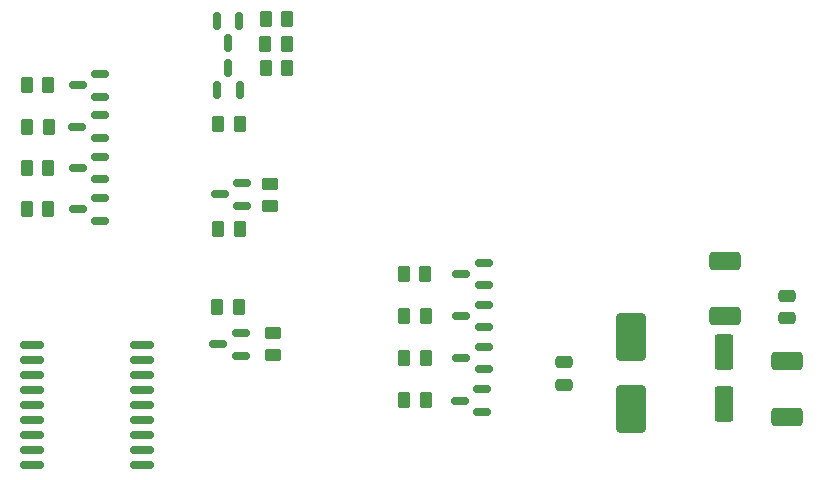
<source format=gbr>
%TF.GenerationSoftware,KiCad,Pcbnew,7.0.0-rc1-unknown-00d77f624a~164~ubuntu22.04.1*%
%TF.CreationDate,2023-01-15T10:56:32+01:00*%
%TF.ProjectId,lora-nano,6c6f7261-2d6e-4616-9e6f-2e6b69636164,rev?*%
%TF.SameCoordinates,Original*%
%TF.FileFunction,Paste,Top*%
%TF.FilePolarity,Positive*%
%FSLAX46Y46*%
G04 Gerber Fmt 4.6, Leading zero omitted, Abs format (unit mm)*
G04 Created by KiCad (PCBNEW 7.0.0-rc1-unknown-00d77f624a~164~ubuntu22.04.1) date 2023-01-15 10:56:32*
%MOMM*%
%LPD*%
G01*
G04 APERTURE LIST*
G04 Aperture macros list*
%AMRoundRect*
0 Rectangle with rounded corners*
0 $1 Rounding radius*
0 $2 $3 $4 $5 $6 $7 $8 $9 X,Y pos of 4 corners*
0 Add a 4 corners polygon primitive as box body*
4,1,4,$2,$3,$4,$5,$6,$7,$8,$9,$2,$3,0*
0 Add four circle primitives for the rounded corners*
1,1,$1+$1,$2,$3*
1,1,$1+$1,$4,$5*
1,1,$1+$1,$6,$7*
1,1,$1+$1,$8,$9*
0 Add four rect primitives between the rounded corners*
20,1,$1+$1,$2,$3,$4,$5,0*
20,1,$1+$1,$4,$5,$6,$7,0*
20,1,$1+$1,$6,$7,$8,$9,0*
20,1,$1+$1,$8,$9,$2,$3,0*%
G04 Aperture macros list end*
%ADD10RoundRect,0.150000X0.875000X0.150000X-0.875000X0.150000X-0.875000X-0.150000X0.875000X-0.150000X0*%
%ADD11RoundRect,0.250000X0.262500X0.450000X-0.262500X0.450000X-0.262500X-0.450000X0.262500X-0.450000X0*%
%ADD12RoundRect,0.150000X0.587500X0.150000X-0.587500X0.150000X-0.587500X-0.150000X0.587500X-0.150000X0*%
%ADD13RoundRect,0.250000X0.450000X-0.262500X0.450000X0.262500X-0.450000X0.262500X-0.450000X-0.262500X0*%
%ADD14RoundRect,0.250000X-0.475000X0.250000X-0.475000X-0.250000X0.475000X-0.250000X0.475000X0.250000X0*%
%ADD15RoundRect,0.150000X-0.150000X0.587500X-0.150000X-0.587500X0.150000X-0.587500X0.150000X0.587500X0*%
%ADD16RoundRect,0.150000X0.150000X-0.587500X0.150000X0.587500X-0.150000X0.587500X-0.150000X-0.587500X0*%
%ADD17RoundRect,0.250000X-0.262500X-0.450000X0.262500X-0.450000X0.262500X0.450000X-0.262500X0.450000X0*%
%ADD18RoundRect,0.249999X-1.075001X0.512501X-1.075001X-0.512501X1.075001X-0.512501X1.075001X0.512501X0*%
%ADD19RoundRect,0.250000X0.475000X-0.250000X0.475000X0.250000X-0.475000X0.250000X-0.475000X-0.250000X0*%
%ADD20RoundRect,0.250000X-1.000000X1.750000X-1.000000X-1.750000X1.000000X-1.750000X1.000000X1.750000X0*%
%ADD21RoundRect,0.250000X-0.550000X1.250000X-0.550000X-1.250000X0.550000X-1.250000X0.550000X1.250000X0*%
G04 APERTURE END LIST*
D10*
%TO.C,U2*%
X130488500Y-115542572D03*
X130488500Y-114272572D03*
X130488500Y-113002572D03*
X130488500Y-111732572D03*
X130488500Y-110462572D03*
X130488500Y-109192572D03*
X130488500Y-107922572D03*
X130488500Y-106652572D03*
X130488500Y-105382572D03*
X121188500Y-105382572D03*
X121188500Y-106652572D03*
X121188500Y-107922572D03*
X121188500Y-109192572D03*
X121188500Y-110462572D03*
X121188500Y-111732572D03*
X121188500Y-113002572D03*
X121188500Y-114272572D03*
X121188500Y-115542572D03*
%TD*%
D11*
%TO.C,R18*%
X154525000Y-99366572D03*
X152700000Y-99366572D03*
%TD*%
D12*
%TO.C,D8*%
X159351000Y-111045572D03*
X159351000Y-109145572D03*
X157476000Y-110095572D03*
%TD*%
%TO.C,Q1*%
X139001000Y-93585572D03*
X139001000Y-91685572D03*
X137126000Y-92635572D03*
%TD*%
%TO.C,D15*%
X126937500Y-87850000D03*
X126937500Y-85950000D03*
X125062500Y-86900000D03*
%TD*%
%TO.C,D12*%
X126966000Y-84350000D03*
X126966000Y-82450000D03*
X125091000Y-83400000D03*
%TD*%
D13*
%TO.C,R5*%
X141600000Y-106224572D03*
X141600000Y-104399572D03*
%TD*%
D12*
%TO.C,D9*%
X159448000Y-107428572D03*
X159448000Y-105528572D03*
X157573000Y-106478572D03*
%TD*%
%TO.C,Q2*%
X138874000Y-106285572D03*
X138874000Y-104385572D03*
X136999000Y-105335572D03*
%TD*%
D14*
%TO.C,C1*%
X166300000Y-106850000D03*
X166300000Y-108750000D03*
%TD*%
D11*
%TO.C,R12*%
X142800000Y-79900000D03*
X140975000Y-79900000D03*
%TD*%
D13*
%TO.C,R6*%
X141400000Y-93600000D03*
X141400000Y-91775000D03*
%TD*%
D15*
%TO.C,Q3*%
X138750000Y-77925000D03*
X136850000Y-77925000D03*
X137800000Y-79800000D03*
%TD*%
D11*
%TO.C,R17*%
X154572000Y-102951572D03*
X152747000Y-102951572D03*
%TD*%
%TO.C,R16*%
X154572000Y-106478572D03*
X152747000Y-106478572D03*
%TD*%
D16*
%TO.C,Q4*%
X136900000Y-83800000D03*
X138800000Y-83800000D03*
X137850000Y-81925000D03*
%TD*%
D17*
%TO.C,R9*%
X136999000Y-95556572D03*
X138824000Y-95556572D03*
%TD*%
D11*
%TO.C,R11*%
X142841000Y-81900000D03*
X141016000Y-81900000D03*
%TD*%
D18*
%TO.C,D5*%
X179900000Y-98262500D03*
X179900000Y-102937500D03*
%TD*%
D12*
%TO.C,D14*%
X126966000Y-91350000D03*
X126966000Y-89450000D03*
X125091000Y-90400000D03*
%TD*%
D17*
%TO.C,R2*%
X120800000Y-86900000D03*
X122625000Y-86900000D03*
%TD*%
D18*
%TO.C,D6*%
X185100000Y-106762500D03*
X185100000Y-111437500D03*
%TD*%
D17*
%TO.C,R7*%
X140987500Y-77800000D03*
X142812500Y-77800000D03*
%TD*%
D12*
%TO.C,D11*%
X159448000Y-100316572D03*
X159448000Y-98416572D03*
X157573000Y-99366572D03*
%TD*%
D17*
%TO.C,R8*%
X136975000Y-86700000D03*
X138800000Y-86700000D03*
%TD*%
D12*
%TO.C,D10*%
X159448000Y-103872572D03*
X159448000Y-101972572D03*
X157573000Y-102922572D03*
%TD*%
D11*
%TO.C,R15*%
X154572000Y-110034572D03*
X152747000Y-110034572D03*
%TD*%
D19*
%TO.C,C4*%
X185100000Y-103100000D03*
X185100000Y-101200000D03*
%TD*%
D20*
%TO.C,C2*%
X171900000Y-104700000D03*
X171900000Y-110800000D03*
%TD*%
D12*
%TO.C,D13*%
X126966000Y-94850000D03*
X126966000Y-92950000D03*
X125091000Y-93900000D03*
%TD*%
D17*
%TO.C,R4*%
X120775000Y-93900000D03*
X122600000Y-93900000D03*
%TD*%
%TO.C,R10*%
X136900000Y-102200000D03*
X138725000Y-102200000D03*
%TD*%
%TO.C,R3*%
X120775000Y-90400000D03*
X122600000Y-90400000D03*
%TD*%
%TO.C,R1*%
X120787500Y-83400000D03*
X122612500Y-83400000D03*
%TD*%
D21*
%TO.C,C3*%
X179800000Y-106000000D03*
X179800000Y-110400000D03*
%TD*%
M02*

</source>
